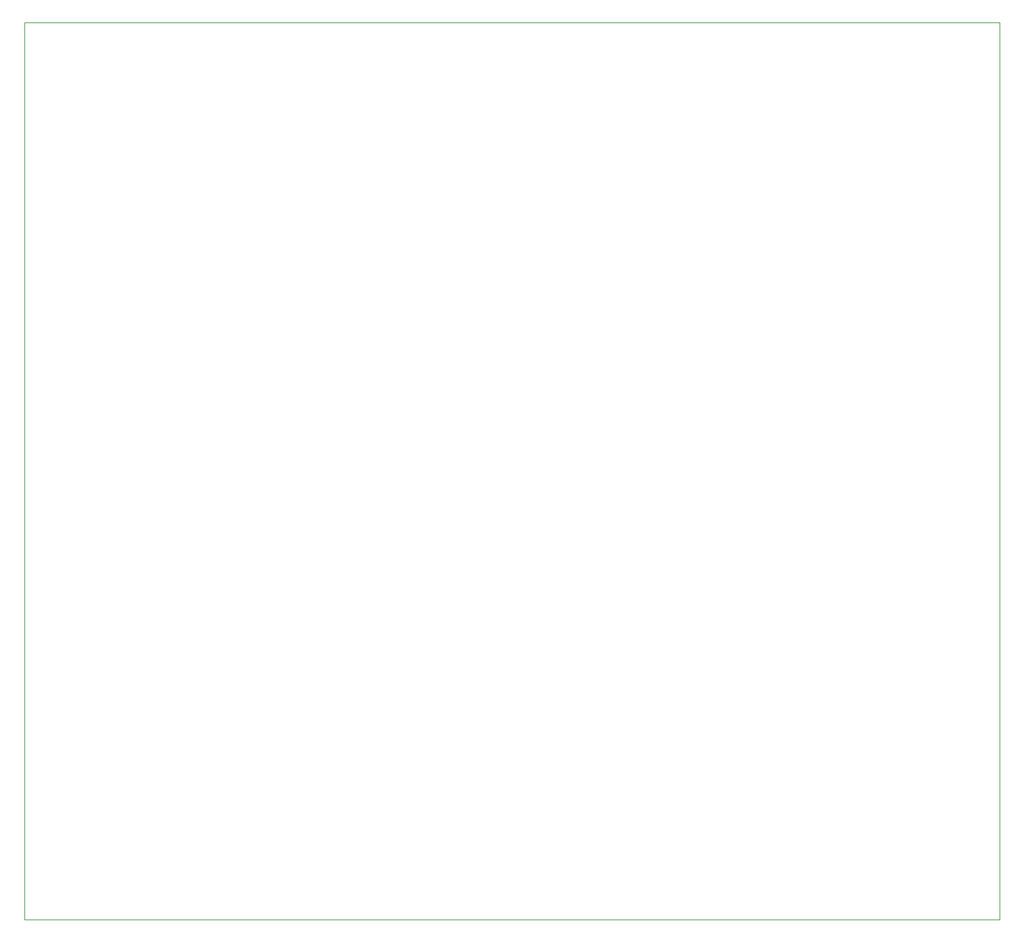
<source format=gbr>
%TF.GenerationSoftware,KiCad,Pcbnew,9.0.1*%
%TF.CreationDate,2025-06-05T21:30:58-04:00*%
%TF.ProjectId,TetrisBoard-FULL,54657472-6973-4426-9f61-72642d46554c,rev?*%
%TF.SameCoordinates,Original*%
%TF.FileFunction,Profile,NP*%
%FSLAX46Y46*%
G04 Gerber Fmt 4.6, Leading zero omitted, Abs format (unit mm)*
G04 Created by KiCad (PCBNEW 9.0.1) date 2025-06-05 21:30:58*
%MOMM*%
%LPD*%
G01*
G04 APERTURE LIST*
%TA.AperFunction,Profile*%
%ADD10C,0.050000*%
%TD*%
G04 APERTURE END LIST*
D10*
X105000000Y-34000000D02*
X230000000Y-34000000D01*
X230000000Y-149000000D01*
X105000000Y-149000000D01*
X105000000Y-34000000D01*
M02*

</source>
